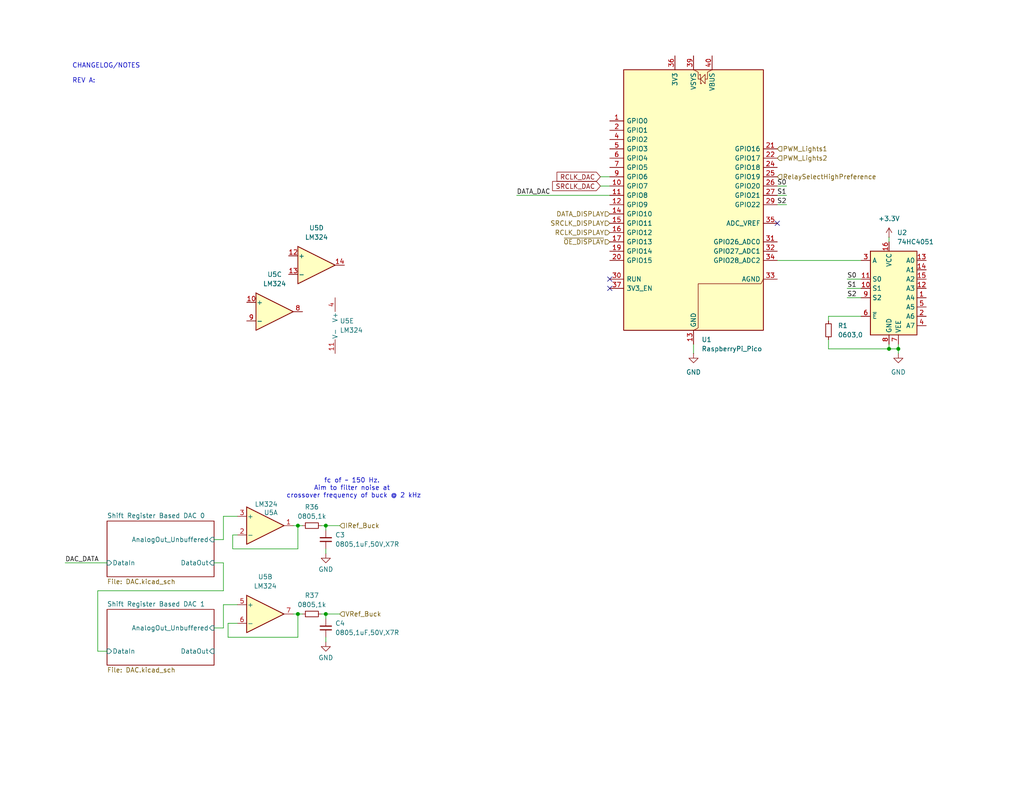
<source format=kicad_sch>
(kicad_sch (version 20231120) (generator "eeschema") (generator_version "8.0")
  (paper "USLetter")
  (title_block (title "Main"))
  (lib_symbols
    (symbol "74xx:74HC4051"
      (property "Reference" "U" (at -5.08 11.43 0))
      (property "Value" "74HC4051" (at -7.62 -13.97 0))
      (symbol "74HC4051_0_1"
        (rectangle (start -5.08 10.16) (end 7.62 -12.7) (stroke (width 0.254)) (fill (type background)))
      )
      (symbol "74HC4051_1_1"
        (pin passive line (at 10.16 -2.54 180) (length 2.54) (name "A4") (number "1"))
        (pin input line (at -7.62 0 0) (length 2.54) (name "S1") (number "10"))
        (pin input line (at -7.62 2.54 0) (length 2.54) (name "S0") (number "11"))
        (pin passive line (at 10.16 0 180) (length 2.54) (name "A3") (number "12"))
        (pin passive line (at 10.16 7.62 180) (length 2.54) (name "A0") (number "13"))
        (pin passive line (at 10.16 5.08 180) (length 2.54) (name "A1") (number "14"))
        (pin passive line (at 10.16 2.54 180) (length 2.54) (name "A2") (number "15"))
        (pin power_in line (at 0 12.7 270) (length 2.54) (name "VCC") (number "16"))
        (pin passive line (at 10.16 -7.62 180) (length 2.54) (name "A6") (number "2"))
        (pin passive line (at -7.62 7.62 0) (length 2.54) (name "A") (number "3"))
        (pin passive line (at 10.16 -10.16 180) (length 2.54) (name "A7") (number "4"))
        (pin passive line (at 10.16 -5.08 180) (length 2.54) (name "A5") (number "5"))
        (pin input line (at -7.62 -7.62 0) (length 2.54) (name "~{E}") (number "6"))
        (pin power_in line (at 2.54 -15.24 90) (length 2.54) (name "VEE") (number "7"))
        (pin power_in line (at 0 -15.24 90) (length 2.54) (name "GND") (number "8"))
        (pin input line (at -7.62 -2.54 0) (length 2.54) (name "S2") (number "9"))
      )
    )
    (symbol "Amplifier_Operational:LM324" (pin_names (offset 0.127))
      (property "Reference" "U" (at 0 5.08 0))
      (property "Value" "LM324" (at 0 -5.08 0))
      (symbol "LM324_1_1"
        (polyline (pts (xy -5.08 5.08) (xy 5.08 0) (xy -5.08 -5.08) (xy -5.08 5.08)) (stroke (width 0.254)) (fill (type background)))
        (pin output line (at 7.62 0 180) (length 2.54) (name "~") (number "1"))
        (pin input line (at -7.62 -2.54 0) (length 2.54) (name "-") (number "2"))
        (pin input line (at -7.62 2.54 0) (length 2.54) (name "+") (number "3"))
      )
      (symbol "LM324_2_1"
        (polyline (pts (xy -5.08 5.08) (xy 5.08 0) (xy -5.08 -5.08) (xy -5.08 5.08)) (stroke (width 0.254)) (fill (type background)))
        (pin input line (at -7.62 2.54 0) (length 2.54) (name "+") (number "5"))
        (pin input line (at -7.62 -2.54 0) (length 2.54) (name "-") (number "6"))
        (pin output line (at 7.62 0 180) (length 2.54) (name "~") (number "7"))
      )
      (symbol "LM324_3_1"
        (polyline (pts (xy -5.08 5.08) (xy 5.08 0) (xy -5.08 -5.08) (xy -5.08 5.08)) (stroke (width 0.254)) (fill (type background)))
        (pin input line (at -7.62 2.54 0) (length 2.54) (name "+") (number "10"))
        (pin output line (at 7.62 0 180) (length 2.54) (name "~") (number "8"))
        (pin input line (at -7.62 -2.54 0) (length 2.54) (name "-") (number "9"))
      )
      (symbol "LM324_4_1"
        (polyline (pts (xy -5.08 5.08) (xy 5.08 0) (xy -5.08 -5.08) (xy -5.08 5.08)) (stroke (width 0.254)) (fill (type background)))
        (pin input line (at -7.62 2.54 0) (length 2.54) (name "+") (number "12"))
        (pin input line (at -7.62 -2.54 0) (length 2.54) (name "-") (number "13"))
        (pin output line (at 7.62 0 180) (length 2.54) (name "~") (number "14"))
      )
      (symbol "LM324_5_1"
        (pin power_in line (at -2.54 -7.62 90) (length 3.81) (name "V-") (number "11"))
        (pin power_in line (at -2.54 7.62 270) (length 3.81) (name "V+") (number "4"))
      )
    )
    (symbol "Modules:RaspberryPi_Pico" (pin_names (offset 0.762))
      (property "Reference" "U" (at -19.05 38.1 0))
      (property "Value" "RaspberryPi_Pico" (at 7.62 38.1 0))
      (symbol "RaspberryPi_Pico_0_1"
        (rectangle (start -19.05 36.83) (end 19.05 -34.29) (stroke (width 0.254)) (fill (type background)))
        (polyline (pts (xy 0 36.83) (xy 1.27 36.195) (xy 1.27 34.29) (xy 1.905 34.29)))
        (polyline (pts (xy 1.905 34.29) (xy 3.175 35.56) (xy 3.175 33.02) (xy 1.905 34.29)))
        (polyline (pts (xy 5.08 36.83) (xy 3.81 36.195) (xy 3.81 34.29) (xy 3.175 34.29)))
        (polyline (pts (xy 0 -34.29) (xy 1.27 -33.655) (xy 1.27 -21.59) (xy 18.415 -21.59) (xy 19.05 -20.32)))
        (polyline (pts (xy 1.651 35.306) (xy 1.651 35.56) (xy 1.905 35.56) (xy 1.905 33.02) (xy 2.159 33.02) (xy 2.159 33.274)))
      )
      (symbol "RaspberryPi_Pico_1_1"
        (pin bidirectional line (at -22.86 22.86 0) (length 3.81) (name "GPIO0") (number "1"))
        (pin bidirectional line (at -22.86 5.08 0) (length 3.81) (name "GPIO7") (number "10"))
        (pin bidirectional line (at -22.86 2.54 0) (length 3.81) (name "GPIO8") (number "11"))
        (pin bidirectional line (at -22.86 0 0) (length 3.81) (name "GPIO9") (number "12"))
        (pin power_out line (at 0 -38.1 90) (length 3.81) (name "GND") (number "13"))
        (pin bidirectional line (at -22.86 -2.54 0) (length 3.81) (name "GPIO10") (number "14"))
        (pin bidirectional line (at -22.86 -5.08 0) (length 3.81) (name "GPIO11") (number "15"))
        (pin bidirectional line (at -22.86 -7.62 0) (length 3.81) (name "GPIO12") (number "16"))
        (pin bidirectional line (at -22.86 -10.16 0) (length 3.81) (name "GPIO13") (number "17"))
        (pin passive line (at 0 -38.1 90) (length 3.81) hide (name "GND") (number "18"))
        (pin bidirectional line (at -22.86 -12.7 0) (length 3.81) (name "GPIO14") (number "19"))
        (pin bidirectional line (at -22.86 20.32 0) (length 3.81) (name "GPIO1") (number "2"))
        (pin bidirectional line (at -22.86 -15.24 0) (length 3.81) (name "GPIO15") (number "20"))
        (pin bidirectional line (at 22.86 15.24 180) (length 3.81) (name "GPIO16") (number "21"))
        (pin bidirectional line (at 22.86 12.7 180) (length 3.81) (name "GPIO17") (number "22"))
        (pin passive line (at 0 -38.1 90) (length 3.81) hide (name "GND") (number "23"))
        (pin bidirectional line (at 22.86 10.16 180) (length 3.81) (name "GPIO18") (number "24"))
        (pin bidirectional line (at 22.86 7.62 180) (length 3.81) (name "GPIO19") (number "25"))
        (pin bidirectional line (at 22.86 5.08 180) (length 3.81) (name "GPIO20") (number "26"))
        (pin bidirectional line (at 22.86 2.54 180) (length 3.81) (name "GPIO21") (number "27"))
        (pin passive line (at 0 -38.1 90) (length 3.81) hide (name "GND") (number "28"))
        (pin bidirectional line (at 22.86 0 180) (length 3.81) (name "GPIO22") (number "29"))
        (pin passive line (at 0 -38.1 90) (length 3.81) hide (name "GND") (number "3"))
        (pin input line (at -22.86 -20.32 0) (length 3.81) (name "RUN") (number "30"))
        (pin bidirectional line (at 22.86 -10.16 180) (length 3.81) (name "GPIO26_ADC0") (number "31"))
        (pin bidirectional line (at 22.86 -12.7 180) (length 3.81) (name "GPIO27_ADC1") (number "32"))
        (pin power_in line (at 22.86 -20.32 180) (length 3.81) (name "AGND") (number "33"))
        (pin bidirectional line (at 22.86 -15.24 180) (length 3.81) (name "GPIO28_ADC2") (number "34"))
        (pin power_in line (at 22.86 -5.08 180) (length 3.81) (name "ADC_VREF") (number "35"))
        (pin power_out line (at -5.08 40.64 270) (length 3.81) (name "3V3") (number "36"))
        (pin input line (at -22.86 -22.86 0) (length 3.81) (name "3V3_EN") (number "37"))
        (pin passive line (at 0 -38.1 90) (length 3.81) hide (name "GND") (number "38"))
        (pin power_in line (at 0 40.64 270) (length 3.81) (name "VSYS") (number "39"))
        (pin bidirectional line (at -22.86 17.78 0) (length 3.81) (name "GPIO2") (number "4"))
        (pin power_out line (at 5.08 40.64 270) (length 3.81) (name "VBUS") (number "40"))
        (pin bidirectional line (at -22.86 15.24 0) (length 3.81) (name "GPIO3") (number "5"))
        (pin bidirectional line (at -22.86 12.7 0) (length 3.81) (name "GPIO4") (number "6"))
        (pin bidirectional line (at -22.86 10.16 0) (length 3.81) (name "GPIO5") (number "7"))
        (pin passive line (at 0 -38.1 90) (length 3.81) hide (name "GND") (number "8"))
        (pin bidirectional line (at -22.86 7.62 0) (length 3.81) (name "GPIO6") (number "9"))
      )
    )
    (symbol "jlcpcb-basic-capacitor:0805,1uF,50V,X7R "
      (property "Reference" "C" (at 1.71 0.508 0))
      (property "Value" "0805,1uF,50V,X7R " (at 1.71 -1.016 0))
      (symbol "0805,1uF,50V,X7R _0_0"
        (polyline (pts (xy -1.524 -0.508) (xy 1.524 -0.508)) (stroke (width 0.3048)))
        (polyline (pts (xy -1.524 0.508) (xy 1.524 0.508)) (stroke (width 0.3048)))
        (pin passive line (at 0 2.54 270) (length 2.032) (name "~") (number "1"))
        (pin passive line (at 0 -2.54 90) (length 2.032) (name "~") (number "2"))
      )
    )
    (symbol "jlcpcb-basic-resistor:0603,0"
      (property "Reference" "R" (at 0.762 0.508 0))
      (property "Value" "0603,0" (at 0.762 -1.016 0))
      (symbol "0603,0_0_0"
        (rectangle (start -0.762 1.778) (end 0.762 -1.778) (stroke (width 0.2032)))
        (pin passive line (at 0 2.54 270) (length 0.762) (name "~") (number "1"))
        (pin passive line (at 0 -2.54 90) (length 0.762) (name "~") (number "2"))
      )
    )
    (symbol "jlcpcb-basic-resistor:0805,1k"
      (property "Reference" "R" (at 0.762 0.508 0))
      (property "Value" "0805,1k" (at 0.762 -1.016 0))
      (symbol "0805,1k_0_0"
        (rectangle (start -0.762 1.778) (end 0.762 -1.778) (stroke (width 0.2032)))
        (pin passive line (at 0 2.54 270) (length 0.762) (name "~") (number "1"))
        (pin passive line (at 0 -2.54 90) (length 0.762) (name "~") (number "2"))
      )
    )
    (symbol "power:+3.3V" (power) (pin_numbers hide) (pin_names (offset 0) hide)
      (property "Value" "+3.3V" (at 0 3.556 0))
      (symbol "+3.3V_0_1"
        (polyline (pts (xy -0.762 1.27) (xy 0 2.54)))
        (polyline (pts (xy 0 0) (xy 0 2.54)))
        (polyline (pts (xy 0 2.54) (xy 0.762 1.27)))
      )
      (symbol "+3.3V_1_1"
        (pin power_in line (at 0 0 90) (length 0) (name "~") (number "1"))
      )
    )
    (symbol "power:GND" (power) (pin_numbers hide) (pin_names (offset 0) hide)
      (property "Value" "GND" (at 0 -3.81 0))
      (symbol "GND_0_1"
        (polyline (pts (xy 0 0) (xy 0 -1.27) (xy 1.27 -1.27) (xy 0 -2.54) (xy -1.27 -1.27) (xy 0 -1.27)))
      )
      (symbol "GND_1_1"
        (pin power_in line (at 0 0 270) (length 0) (name "~") (number "1"))
      )
    )
  )
  (junction (at 81.28 167.64))
  (junction (at 245.11 95.25))
  (junction (at 88.9 143.51))
  (junction (at 242.57 95.25))
  (junction (at 88.9 167.64))
  (junction (at 81.28 143.51))
  (no_connect (at 166.37 76.2))
  (no_connect (at 212.09 60.96))
  (no_connect (at 166.37 78.74))
  (wire (pts (xy 58.42 153.67) (xy 60.96 153.67)))
  (wire (pts (xy 214.63 53.34) (xy 212.09 53.34)))
  (wire (pts (xy 242.57 64.77) (xy 242.57 66.04)))
  (wire (pts (xy 88.9 167.64) (xy 87.63 167.64)))
  (wire (pts (xy 81.28 167.64) (xy 80.01 167.64)))
  (wire (pts (xy 60.96 165.1) (xy 64.77 165.1)))
  (wire (pts (xy 81.28 149.86) (xy 81.28 143.51)))
  (wire (pts (xy 163.83 48.26) (xy 166.37 48.26)))
  (wire (pts (xy 60.96 147.32) (xy 60.96 140.97)))
  (wire (pts (xy 231.14 76.2) (xy 234.95 76.2)))
  (wire (pts (xy 212.09 71.12) (xy 234.95 71.12)))
  (wire (pts (xy 60.96 140.97) (xy 64.77 140.97)))
  (wire (pts (xy 81.28 173.99) (xy 81.28 167.64)))
  (wire (pts (xy 88.9 143.51) (xy 88.9 144.78)))
  (wire (pts (xy 60.96 171.45) (xy 60.96 165.1)))
  (wire (pts (xy 214.63 55.88) (xy 212.09 55.88)))
  (wire (pts (xy 245.11 95.25) (xy 245.11 96.52)))
  (wire (pts (xy 214.63 50.8) (xy 212.09 50.8)))
  (wire (pts (xy 189.23 93.98) (xy 189.23 96.52)))
  (wire (pts (xy 245.11 93.98) (xy 245.11 95.25)))
  (wire (pts (xy 163.83 50.8) (xy 166.37 50.8)))
  (wire (pts (xy 88.9 149.86) (xy 88.9 151.13)))
  (wire (pts (xy 234.95 86.36) (xy 226.06 86.36)))
  (wire (pts (xy 88.9 143.51) (xy 87.63 143.51)))
  (wire (pts (xy 60.96 153.67) (xy 60.96 161.29)))
  (wire (pts (xy 62.23 173.99) (xy 81.28 173.99)))
  (wire (pts (xy 140.97 53.34) (xy 166.37 53.34)))
  (wire (pts (xy 63.5 149.86) (xy 81.28 149.86)))
  (wire (pts (xy 226.06 86.36) (xy 226.06 87.63)))
  (wire (pts (xy 231.14 78.74) (xy 234.95 78.74)))
  (wire (pts (xy 62.23 170.18) (xy 64.77 170.18)))
  (wire (pts (xy 17.78 153.67) (xy 29.21 153.67)))
  (wire (pts (xy 88.9 167.64) (xy 88.9 168.91)))
  (wire (pts (xy 226.06 95.25) (xy 226.06 92.71)))
  (wire (pts (xy 245.11 95.25) (xy 242.57 95.25)))
  (wire (pts (xy 242.57 93.98) (xy 242.57 95.25)))
  (wire (pts (xy 58.42 171.45) (xy 60.96 171.45)))
  (wire (pts (xy 63.5 146.05) (xy 64.77 146.05)))
  (wire (pts (xy 60.96 161.29) (xy 26.67 161.29)))
  (wire (pts (xy 26.67 177.8) (xy 29.21 177.8)))
  (wire (pts (xy 63.5 146.05) (xy 63.5 149.86)))
  (wire (pts (xy 81.28 143.51) (xy 80.01 143.51)))
  (wire (pts (xy 92.71 167.64) (xy 88.9 167.64)))
  (wire (pts (xy 242.57 95.25) (xy 226.06 95.25)))
  (wire (pts (xy 88.9 173.99) (xy 88.9 175.26)))
  (wire (pts (xy 58.42 147.32) (xy 60.96 147.32)))
  (wire (pts (xy 62.23 170.18) (xy 62.23 173.99)))
  (wire (pts (xy 92.71 143.51) (xy 88.9 143.51)))
  (wire (pts (xy 231.14 81.28) (xy 234.95 81.28)))
  (wire (pts (xy 82.55 143.51) (xy 81.28 143.51)))
  (wire (pts (xy 82.55 167.64) (xy 81.28 167.64)))
  (wire (pts (xy 26.67 161.29) (xy 26.67 177.8)))
  (text "fc of ~ 150 Hz. \nAim to filter noise at \ncrossover frequency of buck @ 2 kHz" (at 96.52 133.35 0) (effects (font (size 1.27 1.27))))
  (text "CHANGELOG/NOTES\n\nREV A: " (at 19.685 22.86 0) (effects (font (size 1.27 1.27)) (justify left bottom)))
  (label "S2" (at 231.14 81.28 0))
  (label "DAC_DATA" (at 17.78 153.67 0))
  (label "S1" (at 214.63 53.34 180))
  (label "S0" (at 231.14 76.2 0))
  (label "S1" (at 231.14 78.74 0))
  (label "S0" (at 214.63 50.8 180))
  (label "S2" (at 214.63 55.88 180))
  (label "DATA_DAC" (at 140.97 53.34 0))
  (global_label "RCLK_DAC" (shape input) (at 163.83 48.26 180) (property "Intersheetrefs" "${INTERSHEET_REFS}" (effects (hide yes))))
  (global_label "SRCLK_DAC" (shape input) (at 163.83 50.8 180) (property "Intersheetrefs" "${INTERSHEET_REFS}" (effects (hide yes))))
  (hierarchical_label "PWM_Lights2" (shape input) (at 212.09 43.18 0))
  (hierarchical_label "IRef_Buck" (shape input) (at 92.71 143.51 0))
  (hierarchical_label "SRCLK_DISPLAY" (shape input) (at 166.37 60.96 180))
  (hierarchical_label "RelaySelectHighPreference" (shape input) (at 212.09 48.26 0))
  (hierarchical_label "RCLK_DISPLAY" (shape input) (at 166.37 63.5 180))
  (hierarchical_label "~{OE_DISPLAY}" (shape input) (at 166.37 66.04 180))
  (hierarchical_label "VRef_Buck" (shape input) (at 92.71 167.64 0))
  (hierarchical_label "DATA_DISPLAY" (shape input) (at 166.37 58.42 180))
  (hierarchical_label "PWM_Lights1" (shape input) (at 212.09 40.64 0))
  (symbol (lib_id "power:GND") (at 88.9 151.13 0) (unit 1)
    (property "Reference" "#PWR014" (effects (hide yes)))
    (property "Value" "GND" (at 88.9 155.448 0))
    (property "Description" "Power symbol creates a global label with name \"GND\" , ground" (effects (hide yes)))
  )
  (symbol (lib_id "Amplifier_Operational:LM324") (at 86.36 72.39 0) (unit 4)
    (property "Reference" "U5" (at 86.36 62.23 0))
    (property "Value" "LM324" (at 86.36 64.77 0))
    (property "Datasheet" "http://www.ti.com/lit/ds/symlink/lm2902-n.pdf" (effects (hide yes)))
    (property "Description" "Low-Power, Quad-Operational Amplifiers, DIP-14/SOIC-14/SSOP-14" (effects (hide yes)))
  )
  (symbol (lib_id "jlcpcb-basic-resistor:0805,1k") (at 85.09 143.51 90) (unit 1)
    (property "Reference" "R36" (at 85.09 138.43 90))
    (property "Value" "0805,1k" (at 85.09 140.97 90))
    (property "Footprint" "R_0805_2012Metric" (effects (hide yes)))
    (property "Datasheet" "https://datasheet.lcsc.com/lcsc/2110251730_UNI-ROYAL-Uniroyal-Elec-0805W8F1001T5E_C17513.pdf" (effects (hide yes)))
    (property "Description" "1% 125mW Thick Film Resistors 150V   100ppm    -55    155   1k   0805 Chip Resistor - Surface Mount ROHS" (effects (hide yes)))
    (property "LCSC" "C17513" (effects (hide yes)))
    (property "MFG" "UNI-ROYAL(Uniroyal Elec)" (effects (hide yes)))
    (property "MFGPN" "0805W8F1001T5E" (effects (hide yes)))
  )
  (symbol (lib_id "Amplifier_Operational:LM324") (at 72.39 167.64 0) (unit 2)
    (property "Reference" "U5" (at 72.39 157.48 0))
    (property "Value" "LM324" (at 72.39 160.02 0))
    (property "Datasheet" "http://www.ti.com/lit/ds/symlink/lm2902-n.pdf" (effects (hide yes)))
    (property "Description" "Low-Power, Quad-Operational Amplifiers, DIP-14/SOIC-14/SSOP-14" (effects (hide yes)))
  )
  (symbol (lib_id "power:+3.3V") (at 242.57 64.77 0) (unit 1)
    (property "Reference" "#PWR02" (effects (hide yes)))
    (property "Value" "+3.3V" (at 242.57 59.69 0))
    (property "Description" "Power symbol creates a global label with name \"+3.3V\"" (effects (hide yes)))
  )
  (symbol (lib_id "jlcpcb-basic-capacitor:0805,1uF,50V,X7R ") (at 88.9 147.32 0) (unit 1)
    (property "Reference" "C3" (at 91.44 146.0499 0) (effects (justify left)))
    (property "Value" "0805,1uF,50V,X7R " (at 91.44 148.5899 0) (effects (justify left)))
    (property "Footprint" "C_0805_2012Metric" (effects (hide yes)))
    (property "Datasheet" "https://datasheet.lcsc.com/lcsc/1810191216_Samsung-Electro-Mechanics-CL21B105KBFNNNE_C28323.pdf" (effects (hide yes)))
    (property "Description" "50V 1uF X7R   10% 0805 Multilayer Ceramic Capacitors MLCC - SMD SMT ROHS" (effects (hide yes)))
    (property "LCSC" "C28323" (effects (hide yes)))
    (property "MFG" "Samsung Electro-Mechanics" (effects (hide yes)))
    (property "MFGPN" "CL21B105KBFNNNE" (effects (hide yes)))
  )
  (symbol (lib_id "power:GND") (at 189.23 96.52 0) (unit 1)
    (property "Reference" "#PWR03" (effects (hide yes)))
    (property "Value" "GND" (at 189.23 101.6 0))
    (property "Description" "Power symbol creates a global label with name \"GND\" , ground" (effects (hide yes)))
  )
  (symbol (lib_id "jlcpcb-basic-capacitor:0805,1uF,50V,X7R ") (at 88.9 171.45 0) (unit 1)
    (property "Reference" "C4" (at 91.44 170.1799 0) (effects (justify left)))
    (property "Value" "0805,1uF,50V,X7R " (at 91.44 172.7199 0) (effects (justify left)))
    (property "Footprint" "C_0805_2012Metric" (effects (hide yes)))
    (property "Datasheet" "https://datasheet.lcsc.com/lcsc/1810191216_Samsung-Electro-Mechanics-CL21B105KBFNNNE_C28323.pdf" (effects (hide yes)))
    (property "Description" "50V 1uF X7R   10% 0805 Multilayer Ceramic Capacitors MLCC - SMD SMT ROHS" (effects (hide yes)))
    (property "LCSC" "C28323" (effects (hide yes)))
    (property "MFG" "Samsung Electro-Mechanics" (effects (hide yes)))
    (property "MFGPN" "CL21B105KBFNNNE" (effects (hide yes)))
  )
  (symbol (lib_id "power:GND") (at 88.9 175.26 0) (unit 1)
    (property "Reference" "#PWR015" (effects (hide yes)))
    (property "Value" "GND" (at 88.9 179.578 0))
    (property "Description" "Power symbol creates a global label with name \"GND\" , ground" (effects (hide yes)))
  )
  (symbol (lib_id "74xx:74HC4051") (at 242.57 78.74 0) (unit 1)
    (property "Reference" "U2" (at 244.7641 63.5 0) (effects (justify left)))
    (property "Value" "74HC4051" (at 244.7641 66.04 0) (effects (justify left)))
    (property "Datasheet" "http://www.ti.com/lit/ds/symlink/cd74hc4051.pdf" (effects (hide yes)))
    (property "Description" "8-channel analog multiplexer/demultiplexer, DIP-16/SOIC-16/TSSOP-16" (effects (hide yes)))
  )
  (symbol (lib_id "Amplifier_Operational:LM324") (at 74.93 85.09 0) (unit 3)
    (property "Reference" "U5" (at 74.93 74.93 0))
    (property "Value" "LM324" (at 74.93 77.47 0))
    (property "Datasheet" "http://www.ti.com/lit/ds/symlink/lm2902-n.pdf" (effects (hide yes)))
    (property "Description" "Low-Power, Quad-Operational Amplifiers, DIP-14/SOIC-14/SSOP-14" (effects (hide yes)))
  )
  (symbol (lib_id "Amplifier_Operational:LM324") (at 93.98 88.9 0) (unit 5)
    (property "Reference" "U5" (at 92.71 87.6299 0) (effects (justify left)))
    (property "Value" "LM324" (at 92.71 90.1699 0) (effects (justify left)))
    (property "Datasheet" "http://www.ti.com/lit/ds/symlink/lm2902-n.pdf" (effects (hide yes)))
    (property "Description" "Low-Power, Quad-Operational Amplifiers, DIP-14/SOIC-14/SSOP-14" (effects (hide yes)))
  )
  (symbol (lib_id "Modules:RaspberryPi_Pico") (at 189.23 55.88 0) (unit 1)
    (property "Reference" "U1" (at 191.4241 92.71 0) (effects (justify left)))
    (property "Value" "RaspberryPi_Pico" (at 191.4241 95.25 0) (effects (justify left)))
    (property "Footprint" "Modules_SurgicalLighting:RaspberryPi_Pico_Common_THT" (effects (hide yes)))
    (property "Datasheet" "https://datasheets.raspberrypi.com/pico/pico-datasheet.pdf" (effects (hide yes)))
    (property "Description" "Versatile and inexpensive microcontroller module powered by RP2040 dual-core Arm Cortex-M0+ processor up to 133 MHz, 264kB SRAM, 2MB QSPI flash" (effects (hide yes)))
  )
  (symbol (lib_id "jlcpcb-basic-resistor:0805,1k") (at 85.09 167.64 90) (unit 1)
    (property "Reference" "R37" (at 85.09 162.56 90))
    (property "Value" "0805,1k" (at 85.09 165.1 90))
    (property "Footprint" "R_0805_2012Metric" (effects (hide yes)))
    (property "Datasheet" "https://datasheet.lcsc.com/lcsc/2110251730_UNI-ROYAL-Uniroyal-Elec-0805W8F1001T5E_C17513.pdf" (effects (hide yes)))
    (property "Description" "1% 125mW Thick Film Resistors 150V   100ppm    -55    155   1k   0805 Chip Resistor - Surface Mount ROHS" (effects (hide yes)))
    (property "LCSC" "C17513" (effects (hide yes)))
    (property "MFG" "UNI-ROYAL(Uniroyal Elec)" (effects (hide yes)))
    (property "MFGPN" "0805W8F1001T5E" (effects (hide yes)))
  )
  (symbol (lib_id "power:GND") (at 245.11 96.52 0) (unit 1)
    (property "Reference" "#PWR01" (effects (hide yes)))
    (property "Value" "GND" (at 245.11 101.6 0))
    (property "Description" "Power symbol creates a global label with name \"GND\" , ground" (effects (hide yes)))
  )
  (symbol (lib_id "Amplifier_Operational:LM324") (at 72.39 143.51 0) (unit 1)
    (property "Reference" "U5" (at 73.914 139.954 0))
    (property "Value" "LM324" (at 72.644 137.668 0))
    (property "Datasheet" "http://www.ti.com/lit/ds/symlink/lm2902-n.pdf" (effects (hide yes)))
    (property "Description" "Low-Power, Quad-Operational Amplifiers, DIP-14/SOIC-14/SSOP-14" (effects (hide yes)))
  )
  (symbol (lib_id "jlcpcb-basic-resistor:0603,0") (at 226.06 90.17 0) (unit 1)
    (property "Reference" "R1" (at 228.6 88.8999 0) (effects (justify left)))
    (property "Value" "0603,0" (at 228.6 91.4399 0) (effects (justify left)))
    (property "Footprint" "R_0603_1608Metric" (effects (hide yes)))
    (property "Datasheet" "https://datasheet.lcsc.com/lcsc/2110252030_UNI-ROYAL-Uniroyal-Elec-0603WAF0000T5E_C21189.pdf" (effects (hide yes)))
    (property "Description" "1% 1 10W Thick Film Resistors 75V -55    155   0   0603 Chip Resistor - Surface Mount ROHS" (effects (hide yes)))
    (property "LCSC" "C21189" (effects (hide yes)))
    (property "MFG" "UNI-ROYAL(Uniroyal Elec)" (effects (hide yes)))
    (property "MFGPN" "0603WAF0000T5E" (effects (hide yes)))
  )
  (sheet (at 29.21 142.24) (size 29.21 15.24) (stroke (width 0.1524))
    (property "Sheetname" "Shift Register Based DAC 0" (at 29.21 141.5284 0) (effects (justify left bottom)))
    (property "Sheetfile" "DAC.kicad_sch" (at 29.21 158.0646 0) (effects (justify left top)))
    (pin "DataOut" input (at 58.42 153.67 0))
    (pin "AnalogOut_Unbuffered" input (at 58.42 147.32 0))
    (pin "DataIn" input (at 29.21 153.67 180))
  )
  (sheet (at 29.21 166.37) (size 29.21 15.24) (stroke (width 0.1524))
    (property "Sheetname" "Shift Register Based DAC 1" (at 29.21 165.6584 0) (effects (justify left bottom)))
    (property "Sheetfile" "DAC.kicad_sch" (at 29.21 182.1946 0) (effects (justify left top)))
    (pin "DataOut" input (at 58.42 177.8 0))
    (pin "AnalogOut_Unbuffered" input (at 58.42 171.45 0))
    (pin "DataIn" input (at 29.21 177.8 180))
  )
)
</source>
